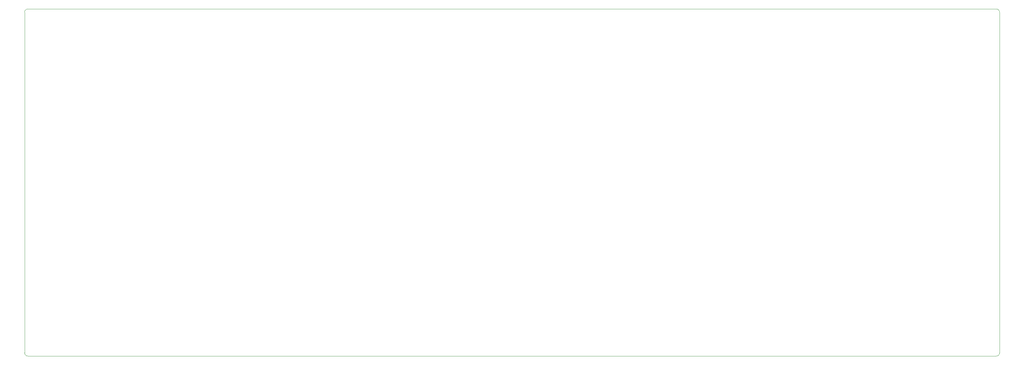
<source format=gm1>
%TF.GenerationSoftware,KiCad,Pcbnew,(6.0.4-0)*%
%TF.CreationDate,2022-06-19T23:04:27+01:00*%
%TF.ProjectId,slimy,736c696d-792e-46b6-9963-61645f706362,rev?*%
%TF.SameCoordinates,Original*%
%TF.FileFunction,Profile,NP*%
%FSLAX46Y46*%
G04 Gerber Fmt 4.6, Leading zero omitted, Abs format (unit mm)*
G04 Created by KiCad (PCBNEW (6.0.4-0)) date 2022-06-19 23:04:27*
%MOMM*%
%LPD*%
G01*
G04 APERTURE LIST*
%TA.AperFunction,Profile*%
%ADD10C,0.100000*%
%TD*%
G04 APERTURE END LIST*
D10*
X82082818Y-89169418D02*
X82092800Y-182651400D01*
X349312282Y-89169418D02*
G75*
G03*
X348423306Y-88280418I-888982J18D01*
G01*
X349312306Y-89169418D02*
X349312306Y-182661382D01*
X348423230Y-183550382D02*
X82981800Y-183540400D01*
X348423230Y-88280418D02*
X82971818Y-88280418D01*
X348423306Y-183550406D02*
G75*
G03*
X349312306Y-182661382I-6J889006D01*
G01*
X82092800Y-182651400D02*
G75*
G03*
X82981800Y-183540400I889000J0D01*
G01*
X82971818Y-88280418D02*
G75*
G03*
X82082818Y-89169418I-18J-888982D01*
G01*
M02*

</source>
